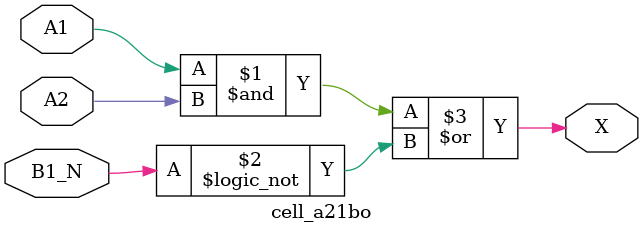
<source format=v>
`timescale 1ps/1ps
module cell_a21bo
(
    input wire A1,
    input wire A2,
    input wire B1_N,
    output wire X
);
    assign X = ((A1 & A2) | !B1_N);
endmodule

</source>
